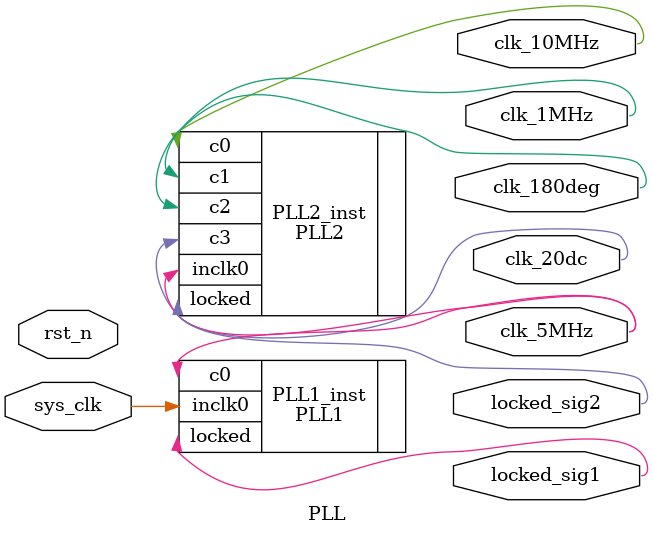
<source format=v>
module PLL 
(
    input  wire sys_clk, 
    input  wire rst_n,         //异步复位     
    output wire clk_5MHz,      //PLL1输出：5MHz    
    output wire clk_10MHz,     //PLL2输出0：10MHz   
    output wire clk_1MHz,      //PLL2输出1：1MHz 
    output wire clk_180deg,    //PLL2输出2：5MHz,180°相移  
    output wire clk_20dc,      //PLL2输出3：5MHz,20%占空比    
    output wire locked_sig1,   //PLL1锁定信号     
    output wire locked_sig2    //PLL2锁定信号     
);  
         
     
    PLL1	PLL1_inst (
                .inclk0 (sys_clk),
                .c0     (clk_5MHz),
                .locked (locked_sig1)
            );

    PLL2	PLL2_inst (
                .inclk0 (clk_5MHz),
                .c0     (clk_10MHz),
                .c1     (clk_1MHz),
                .c2     (clk_180deg),
                .c3     (clk_20dc),
                .locked (locked_sig2)
            );
        
    
endmodule


</source>
